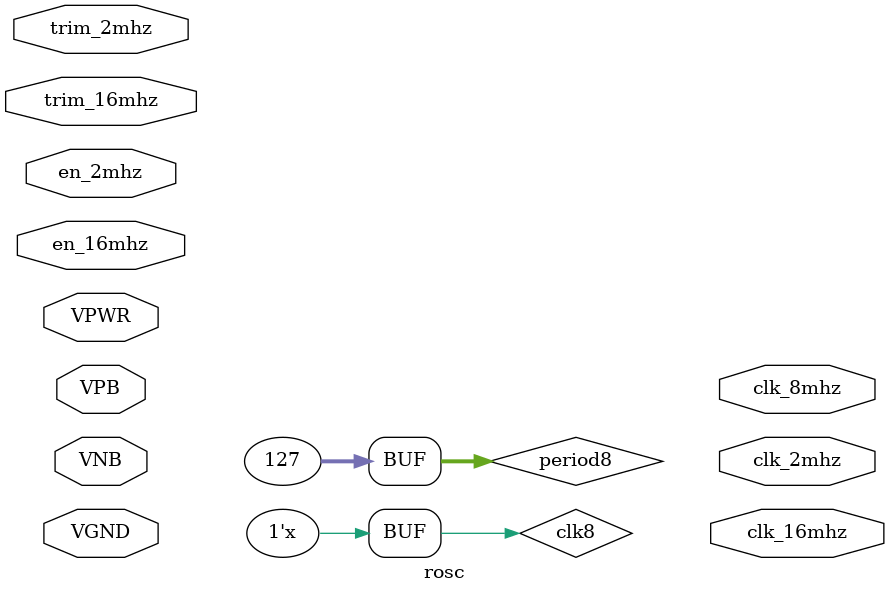
<source format=v>
/*
	Copyright 2020 Efabless Corp.

	Author: Mohamed Shalan (mshalan@efabless.com)
	
	Licensed under the Apache License, Version 2.0 (the "License"); 
	you may not use this file except in compliance with the License. 
	You may obtain a copy of the License at:
	http://www.apache.org/licenses/LICENSE-2.0
	Unless required by applicable law or agreed to in writing, software 
	distributed under the License is distributed on an "AS IS" BASIS, 
	WITHOUT WARRANTIES OR CONDITIONS OF ANY KIND, either express or implied. 
	See the License for the specific language governing permissions and 
	limitations under the License.
*/

`timescale          1ns/1ns
`default_nettype    none

module rosc (
    input wire          en_16mhz,
    input wire          en_2mhz,
    input wire [1:0]    trim_16mhz,
    input wire [1:0]    trim_2mhz,
    output wire         clk_16mhz,
    output wire         clk_8mhz,
    output wire         clk_2mhz,
    input VGND,
    input VNB,
    input VPB,
    input VPWR
);

    reg clk2=0, clk8=0, clk16=0;
    
    integer period2, period8 = 127, period16;

    always #period2 clk2 = (!clk2 & en_2mhz);
    always #period8 clk8 = !clk8;
    always #period16 clk16 = (!clk16 & en_16mhz);
    
    always @(*) begin
        case(trim_2mhz)
            2'b00 : period2 = 55;
            2'b01 : period2 = 52;
            2'b10 : period2 = 51;
            2'b11 : period2 = 49;
        endcase
    end

    always @(*) begin
        case(trim_16mhz)
            2'b00 : period2 = 64;
            2'b01 : period2 = 63;
            2'b10 : period2 = 62;
            2'b11 : period2 = 62;
        endcase
    end

endmodule
</source>
